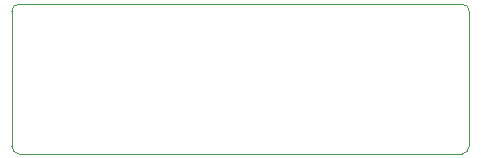
<source format=gm1>
G04 #@! TF.GenerationSoftware,KiCad,Pcbnew,(5.1.5)-3*
G04 #@! TF.CreationDate,2020-10-17T23:47:23+02:00*
G04 #@! TF.ProjectId,C64 IRQ LED,43363420-4952-4512-904c-45442e6b6963,rev?*
G04 #@! TF.SameCoordinates,Original*
G04 #@! TF.FileFunction,Profile,NP*
%FSLAX46Y46*%
G04 Gerber Fmt 4.6, Leading zero omitted, Abs format (unit mm)*
G04 Created by KiCad (PCBNEW (5.1.5)-3) date 2020-10-17 23:47:23*
%MOMM*%
%LPD*%
G04 APERTURE LIST*
%ADD10C,0.050000*%
G04 APERTURE END LIST*
D10*
X150495000Y-108585000D02*
G75*
G02X151130000Y-109220000I0J-635000D01*
G01*
X151130000Y-120650000D02*
G75*
G02X150495000Y-121285000I-635000J0D01*
G01*
X113030000Y-121285000D02*
G75*
G02X112395000Y-120650000I0J635000D01*
G01*
X112395000Y-109220000D02*
G75*
G02X113030000Y-108585000I635000J0D01*
G01*
X113030000Y-108585000D02*
X113030000Y-108585000D01*
X112395000Y-120650000D02*
X112395000Y-109220000D01*
X150495000Y-121285000D02*
X113030000Y-121285000D01*
X151130000Y-109220000D02*
X151130000Y-120650000D01*
X113030000Y-108585000D02*
X150495000Y-108585000D01*
M02*

</source>
